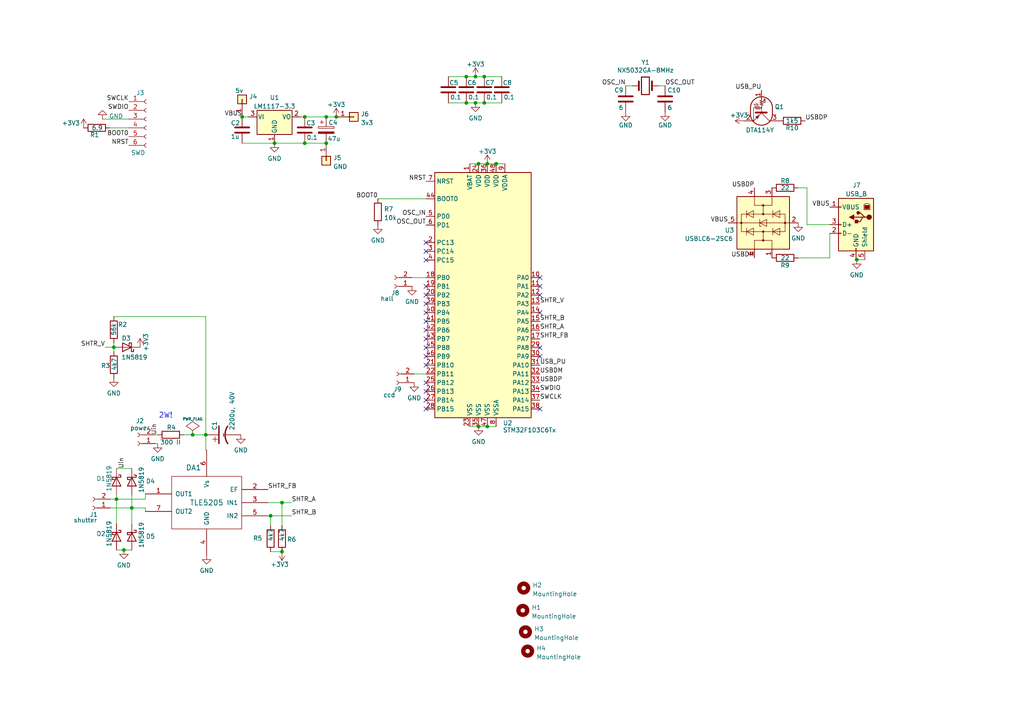
<source format=kicad_sch>
(kicad_sch (version 20230121) (generator eeschema)
  (paper "A4")
  (lib_symbols
    (symbol "ALL-rescue:CP1" (pin_numbers hide) (pin_names (offset 0.254) hide)
      (property "Reference" "C" (at 1.27 2.54 0))
      (property "Value" "CP1" (at 1.27 -2.54 0))
      (symbol "CP1_0_0"
        (text "+" (at -1.27 2.54 0) (effects (font (size 2.032 2.032))))
      )
      (symbol "CP1_0_1"
        (polyline (pts (xy -2.54 1.27) (xy 2.54 1.27) (xy 1.27 1.27) (xy 1.27 1.27)) (stroke (width 0.381)))
        (arc (start 2.54 -1.27) (mid 0 -0.5009) (end -2.54 -1.27) (stroke (width 0.381)))
      )
      (symbol "CP1_1_1"
        (pin passive line (at 0 5.08 270) (length 3.81) (name "~") (number "1"))
        (pin passive line (at 0 -5.08 90) (length 4.572) (name "~") (number "2"))
      )
    )
    (symbol "ALL-rescue:PWR_FLAG" (power) (pin_numbers hide) (pin_names (offset 0) hide)
      (property "Value" "PWR_FLAG" (at 0 4.572 0))
      (symbol "PWR_FLAG_0_0"
        (pin power_out line (at 0 0 90) (length 0) (name "pwr") (number "1"))
      )
      (symbol "PWR_FLAG_0_1"
        (polyline (pts (xy 0 0) (xy 0 1.27) (xy -1.905 2.54) (xy 0 3.81) (xy 1.905 2.54) (xy 0 1.27)))
      )
    )
    (symbol "Connector:Conn_01x02_Female" (pin_names (offset 1.016) hide)
      (property "Reference" "J" (at 0 2.54 0))
      (property "Value" "Conn_01x02_Female" (at 0 -5.08 0))
      (symbol "Conn_01x02_Female_1_1"
        (arc (start 0 -2.032) (mid -0.5058 -2.54) (end 0 -3.048) (stroke (width 0.1524)))
        (polyline (pts (xy -1.27 -2.54) (xy -0.508 -2.54)) (stroke (width 0.1524)))
        (polyline (pts (xy -1.27 0) (xy -0.508 0)) (stroke (width 0.1524)))
        (arc (start 0 0.508) (mid -0.5058 0) (end 0 -0.508) (stroke (width 0.1524)))
        (pin passive line (at -5.08 0 0) (length 3.81) (name "Pin_1") (number "1"))
        (pin passive line (at -5.08 -2.54 0) (length 3.81) (name "Pin_2") (number "2"))
      )
    )
    (symbol "Connector:Conn_01x06_Female" (pin_names (offset 1.016) hide)
      (property "Reference" "J" (at 0 7.62 0))
      (property "Value" "Conn_01x06_Female" (at 0 -10.16 0))
      (symbol "Conn_01x06_Female_1_1"
        (arc (start 0 -7.112) (mid -0.5058 -7.62) (end 0 -8.128) (stroke (width 0.1524)))
        (arc (start 0 -4.572) (mid -0.5058 -5.08) (end 0 -5.588) (stroke (width 0.1524)))
        (arc (start 0 -2.032) (mid -0.5058 -2.54) (end 0 -3.048) (stroke (width 0.1524)))
        (polyline (pts (xy -1.27 -7.62) (xy -0.508 -7.62)) (stroke (width 0.1524)))
        (polyline (pts (xy -1.27 -5.08) (xy -0.508 -5.08)) (stroke (width 0.1524)))
        (polyline (pts (xy -1.27 -2.54) (xy -0.508 -2.54)) (stroke (width 0.1524)))
        (polyline (pts (xy -1.27 0) (xy -0.508 0)) (stroke (width 0.1524)))
        (polyline (pts (xy -1.27 2.54) (xy -0.508 2.54)) (stroke (width 0.1524)))
        (polyline (pts (xy -1.27 5.08) (xy -0.508 5.08)) (stroke (width 0.1524)))
        (arc (start 0 0.508) (mid -0.5058 0) (end 0 -0.508) (stroke (width 0.1524)))
        (arc (start 0 3.048) (mid -0.5058 2.54) (end 0 2.032) (stroke (width 0.1524)))
        (arc (start 0 5.588) (mid -0.5058 5.08) (end 0 4.572) (stroke (width 0.1524)))
        (pin passive line (at -5.08 5.08 0) (length 3.81) (name "Pin_1") (number "1"))
        (pin passive line (at -5.08 2.54 0) (length 3.81) (name "Pin_2") (number "2"))
        (pin passive line (at -5.08 0 0) (length 3.81) (name "Pin_3") (number "3"))
        (pin passive line (at -5.08 -2.54 0) (length 3.81) (name "Pin_4") (number "4"))
        (pin passive line (at -5.08 -5.08 0) (length 3.81) (name "Pin_5") (number "5"))
        (pin passive line (at -5.08 -7.62 0) (length 3.81) (name "Pin_6") (number "6"))
      )
    )
    (symbol "Connector:USB_B" (pin_names (offset 1.016))
      (property "Reference" "J" (at -5.08 11.43 0))
      (property "Value" "USB_B" (at -5.08 8.89 0))
      (symbol "USB_B_0_1"
        (rectangle (start -5.08 -7.62) (end 5.08 7.62) (stroke (width 0.254)) (fill (type background)))
        (circle (center -3.81 2.159) (radius 0.635) (stroke (width 0.254)) (fill (type outline)))
        (rectangle (start -3.81 5.588) (end -2.54 4.572) (fill (type outline)))
        (circle (center -0.635 3.429) (radius 0.381) (stroke (width 0.254)) (fill (type outline)))
        (rectangle (start -0.127 -7.62) (end 0.127 -6.858))
        (polyline (pts (xy -1.905 2.159) (xy 0.635 2.159)) (stroke (width 0.254)))
        (polyline (pts (xy -3.175 2.159) (xy -2.54 2.159) (xy -1.27 3.429) (xy -0.635 3.429)) (stroke (width 0.254)))
        (polyline (pts (xy -2.54 2.159) (xy -1.905 2.159) (xy -1.27 0.889) (xy 0 0.889)) (stroke (width 0.254)))
        (polyline (pts (xy 0.635 2.794) (xy 0.635 1.524) (xy 1.905 2.159) (xy 0.635 2.794)) (stroke (width 0.254)) (fill (type outline)))
        (polyline (pts (xy -4.064 4.318) (xy -2.286 4.318) (xy -2.286 5.715) (xy -2.667 6.096) (xy -3.683 6.096) (xy -4.064 5.715) (xy -4.064 4.318)))
        (rectangle (start 0.254 1.27) (end -0.508 0.508) (stroke (width 0.254)) (fill (type outline)))
        (rectangle (start 5.08 -2.667) (end 4.318 -2.413))
        (rectangle (start 5.08 -0.127) (end 4.318 0.127))
        (rectangle (start 5.08 4.953) (end 4.318 5.207))
      )
      (symbol "USB_B_1_1"
        (pin power_out line (at 7.62 5.08 180) (length 2.54) (name "VBUS") (number "1"))
        (pin bidirectional line (at 7.62 -2.54 180) (length 2.54) (name "D-") (number "2"))
        (pin bidirectional line (at 7.62 0 180) (length 2.54) (name "D+") (number "3"))
        (pin power_out line (at 0 -10.16 90) (length 2.54) (name "GND") (number "4"))
        (pin passive line (at -2.54 -10.16 90) (length 2.54) (name "Shield") (number "5"))
      )
    )
    (symbol "Connector_Generic:Conn_01x01" (pin_names (offset 1.016) hide)
      (property "Reference" "J" (at 0 2.54 0))
      (property "Value" "Conn_01x01" (at 0 -2.54 0))
      (symbol "Conn_01x01_1_1"
        (rectangle (start -1.27 0.127) (end 0 -0.127) (stroke (width 0.1524)))
        (rectangle (start -1.27 1.27) (end 1.27 -1.27) (stroke (width 0.254)) (fill (type background)))
        (pin passive line (at -5.08 0 0) (length 3.81) (name "Pin_1") (number "1"))
      )
    )
    (symbol "Device:C" (pin_numbers hide) (pin_names (offset 0.254))
      (property "Reference" "C" (at 0.635 2.54 0))
      (property "Value" "C" (at 0.635 -2.54 0))
      (symbol "C_0_1"
        (polyline (pts (xy -2.032 -0.762) (xy 2.032 -0.762)) (stroke (width 0.508)))
        (polyline (pts (xy -2.032 0.762) (xy 2.032 0.762)) (stroke (width 0.508)))
      )
      (symbol "C_1_1"
        (pin passive line (at 0 3.81 270) (length 2.794) (name "~") (number "1"))
        (pin passive line (at 0 -3.81 90) (length 2.794) (name "~") (number "2"))
      )
    )
    (symbol "Device:C_Polarized" (pin_numbers hide) (pin_names (offset 0.254))
      (property "Reference" "C" (at 0.635 2.54 0))
      (property "Value" "C_Polarized" (at 0.635 -2.54 0))
      (symbol "C_Polarized_0_1"
        (rectangle (start -2.286 0.508) (end 2.286 1.016))
        (polyline (pts (xy -1.778 2.286) (xy -0.762 2.286)))
        (polyline (pts (xy -1.27 2.794) (xy -1.27 1.778)))
        (rectangle (start 2.286 -0.508) (end -2.286 -1.016) (fill (type outline)))
      )
      (symbol "C_Polarized_1_1"
        (pin passive line (at 0 3.81 270) (length 2.794) (name "~") (number "1"))
        (pin passive line (at 0 -3.81 90) (length 2.794) (name "~") (number "2"))
      )
    )
    (symbol "Device:Crystal" (pin_numbers hide) (pin_names (offset 1.016) hide)
      (property "Reference" "Y" (at 0 3.81 0))
      (property "Value" "Crystal" (at 0 -3.81 0))
      (symbol "Crystal_0_1"
        (rectangle (start -1.143 2.54) (end 1.143 -2.54) (stroke (width 0.3048)))
        (polyline (pts (xy -2.54 0) (xy -1.905 0)))
        (polyline (pts (xy -1.905 -1.27) (xy -1.905 1.27)) (stroke (width 0.508)))
        (polyline (pts (xy 1.905 -1.27) (xy 1.905 1.27)) (stroke (width 0.508)))
        (polyline (pts (xy 2.54 0) (xy 1.905 0)))
      )
      (symbol "Crystal_1_1"
        (pin passive line (at -3.81 0 0) (length 1.27) (name "1") (number "1"))
        (pin passive line (at 3.81 0 180) (length 1.27) (name "2") (number "2"))
      )
    )
    (symbol "Device:D_Schottky" (pin_numbers hide) (pin_names (offset 1.016) hide)
      (property "Reference" "D" (at 0 2.54 0))
      (property "Value" "D_Schottky" (at 0 -2.54 0))
      (symbol "D_Schottky_0_1"
        (polyline (pts (xy 1.27 0) (xy -1.27 0)))
        (polyline (pts (xy 1.27 1.27) (xy 1.27 -1.27) (xy -1.27 0) (xy 1.27 1.27)) (stroke (width 0.254)))
        (polyline (pts (xy -1.905 0.635) (xy -1.905 1.27) (xy -1.27 1.27) (xy -1.27 -1.27) (xy -0.635 -1.27) (xy -0.635 -0.635)) (stroke (width 0.254)))
      )
      (symbol "D_Schottky_1_1"
        (pin passive line (at -3.81 0 0) (length 2.54) (name "K") (number "1"))
        (pin passive line (at 3.81 0 180) (length 2.54) (name "A") (number "2"))
      )
    )
    (symbol "Device:R" (pin_numbers hide) (pin_names (offset 0))
      (property "Reference" "R" (at 2.032 0 90))
      (property "Value" "R" (at 0 0 90))
      (symbol "R_0_1"
        (rectangle (start -1.016 -2.54) (end 1.016 2.54) (stroke (width 0.254)))
      )
      (symbol "R_1_1"
        (pin passive line (at 0 3.81 270) (length 1.27) (name "~") (number "1"))
        (pin passive line (at 0 -3.81 90) (length 1.27) (name "~") (number "2"))
      )
    )
    (symbol "MCU_ST_STM32F1:STM32F103C6Tx"
      (property "Reference" "U" (at -15.24 36.83 0))
      (property "Value" "STM32F103C6Tx" (at 7.62 36.83 0))
      (symbol "STM32F103C6Tx_0_1"
        (rectangle (start -15.24 -35.56) (end 12.7 35.56) (stroke (width 0.254)) (fill (type background)))
      )
      (symbol "STM32F103C6Tx_1_1"
        (pin power_in line (at -5.08 38.1 270) (length 2.54) (name "VBAT") (number "1"))
        (pin bidirectional line (at 15.24 5.08 180) (length 2.54) (name "PA0") (number "10"))
        (pin bidirectional line (at 15.24 2.54 180) (length 2.54) (name "PA1") (number "11"))
        (pin bidirectional line (at 15.24 0 180) (length 2.54) (name "PA2") (number "12"))
        (pin bidirectional line (at 15.24 -2.54 180) (length 2.54) (name "PA3") (number "13"))
        (pin bidirectional line (at 15.24 -5.08 180) (length 2.54) (name "PA4") (number "14"))
        (pin bidirectional line (at 15.24 -7.62 180) (length 2.54) (name "PA5") (number "15"))
        (pin bidirectional line (at 15.24 -10.16 180) (length 2.54) (name "PA6") (number "16"))
        (pin bidirectional line (at 15.24 -12.7 180) (length 2.54) (name "PA7") (number "17"))
        (pin bidirectional line (at -17.78 5.08 0) (length 2.54) (name "PB0") (number "18"))
        (pin bidirectional line (at -17.78 2.54 0) (length 2.54) (name "PB1") (number "19"))
        (pin bidirectional line (at -17.78 15.24 0) (length 2.54) (name "PC13") (number "2"))
        (pin bidirectional line (at -17.78 0 0) (length 2.54) (name "PB2") (number "20"))
        (pin bidirectional line (at -17.78 -20.32 0) (length 2.54) (name "PB10") (number "21"))
        (pin bidirectional line (at -17.78 -22.86 0) (length 2.54) (name "PB11") (number "22"))
        (pin power_in line (at -5.08 -38.1 90) (length 2.54) (name "VSS") (number "23"))
        (pin power_in line (at -2.54 38.1 270) (length 2.54) (name "VDD") (number "24"))
        (pin bidirectional line (at -17.78 -25.4 0) (length 2.54) (name "PB12") (number "25"))
        (pin bidirectional line (at -17.78 -27.94 0) (length 2.54) (name "PB13") (number "26"))
        (pin bidirectional line (at -17.78 -30.48 0) (length 2.54) (name "PB14") (number "27"))
        (pin bidirectional line (at -17.78 -33.02 0) (length 2.54) (name "PB15") (number "28"))
        (pin bidirectional line (at 15.24 -15.24 180) (length 2.54) (name "PA8") (number "29"))
        (pin bidirectional line (at -17.78 12.7 0) (length 2.54) (name "PC14") (number "3"))
        (pin bidirectional line (at 15.24 -17.78 180) (length 2.54) (name "PA9") (number "30"))
        (pin bidirectional line (at 15.24 -20.32 180) (length 2.54) (name "PA10") (number "31"))
        (pin bidirectional line (at 15.24 -22.86 180) (length 2.54) (name "PA11") (number "32"))
        (pin bidirectional line (at 15.24 -25.4 180) (length 2.54) (name "PA12") (number "33"))
        (pin bidirectional line (at 15.24 -27.94 180) (length 2.54) (name "PA13") (number "34"))
        (pin power_in line (at -2.54 -38.1 90) (length 2.54) (name "VSS") (number "35"))
        (pin power_in line (at 0 38.1 270) (length 2.54) (name "VDD") (number "36"))
        (pin bidirectional line (at 15.24 -30.48 180) (length 2.54) (name "PA14") (number "37"))
        (pin bidirectional line (at 15.24 -33.02 180) (length 2.54) (name "PA15") (number "38"))
        (pin bidirectional line (at -17.78 -2.54 0) (length 2.54) (name "PB3") (number "39"))
        (pin bidirectional line (at -17.78 10.16 0) (length 2.54) (name "PC15") (number "4"))
        (pin bidirectional line (at -17.78 -5.08 0) (length 2.54) (name "PB4") (number "40"))
        (pin bidirectional line (at -17.78 -7.62 0) (length 2.54) (name "PB5") (number "41"))
        (pin bidirectional line (at -17.78 -10.16 0) (length 2.54) (name "PB6") (number "42"))
        (pin bidirectional line (at -17.78 -12.7 0) (length 2.54) (name "PB7") (number "43"))
        (pin input line (at -17.78 27.94 0) (length 2.54) (name "BOOT0") (number "44"))
        (pin bidirectional line (at -17.78 -15.24 0) (length 2.54) (name "PB8") (number "45"))
        (pin bidirectional line (at -17.78 -17.78 0) (length 2.54) (name "PB9") (number "46"))
        (pin power_in line (at 0 -38.1 90) (length 2.54) (name "VSS") (number "47"))
        (pin power_in line (at 2.54 38.1 270) (length 2.54) (name "VDD") (number "48"))
        (pin input line (at -17.78 22.86 0) (length 2.54) (name "PD0") (number "5"))
        (pin input line (at -17.78 20.32 0) (length 2.54) (name "PD1") (number "6"))
        (pin input line (at -17.78 33.02 0) (length 2.54) (name "NRST") (number "7"))
        (pin power_in line (at 2.54 -38.1 90) (length 2.54) (name "VSSA") (number "8"))
        (pin power_in line (at 5.08 38.1 270) (length 2.54) (name "VDDA") (number "9"))
      )
    )
    (symbol "Mechanical:MountingHole" (pin_names (offset 1.016))
      (property "Reference" "H" (at 0 5.08 0))
      (property "Value" "MountingHole" (at 0 3.175 0))
      (symbol "MountingHole_0_1"
        (circle (center 0 0) (radius 1.27) (stroke (width 1.27)))
      )
    )
    (symbol "Power_Protection:USBLC6-2SC6" (pin_names hide)
      (property "Reference" "U" (at 2.54 8.89 0))
      (property "Value" "USBLC6-2SC6" (at 2.54 -8.89 0))
      (symbol "USBLC6-2SC6_0_1"
        (rectangle (start -7.62 -7.62) (end 7.62 7.62) (stroke (width 0.254)) (fill (type background)))
        (circle (center -5.08 0) (radius 0.254) (fill (type outline)))
        (circle (center -2.54 0) (radius 0.254) (fill (type outline)))
        (rectangle (start -2.54 6.35) (end 2.54 -6.35))
        (circle (center 0 -6.35) (radius 0.254) (fill (type outline)))
        (polyline (pts (xy -5.08 -2.54) (xy -7.62 -2.54)))
        (polyline (pts (xy -5.08 0) (xy -5.08 -2.54)))
        (polyline (pts (xy -5.08 2.54) (xy -7.62 2.54)))
        (polyline (pts (xy -1.524 -2.794) (xy -3.556 -2.794)))
        (polyline (pts (xy -1.524 4.826) (xy -3.556 4.826)))
        (polyline (pts (xy 0 -7.62) (xy 0 -6.35)))
        (polyline (pts (xy 0 -6.35) (xy 0 1.27)))
        (polyline (pts (xy 0 1.27) (xy 0 6.35)))
        (polyline (pts (xy 0 6.35) (xy 0 7.62)))
        (polyline (pts (xy 1.524 -2.794) (xy 3.556 -2.794)))
        (polyline (pts (xy 1.524 4.826) (xy 3.556 4.826)))
        (polyline (pts (xy 5.08 -2.54) (xy 7.62 -2.54)))
        (polyline (pts (xy 5.08 0) (xy 5.08 -2.54)))
        (polyline (pts (xy 5.08 2.54) (xy 7.62 2.54)))
        (polyline (pts (xy -2.54 0) (xy -5.08 0) (xy -5.08 2.54)))
        (polyline (pts (xy 2.54 0) (xy 5.08 0) (xy 5.08 2.54)))
        (polyline (pts (xy -3.556 -4.826) (xy -1.524 -4.826) (xy -2.54 -2.794) (xy -3.556 -4.826)))
        (polyline (pts (xy -3.556 2.794) (xy -1.524 2.794) (xy -2.54 4.826) (xy -3.556 2.794)))
        (polyline (pts (xy -1.016 -1.016) (xy 1.016 -1.016) (xy 0 1.016) (xy -1.016 -1.016)))
        (polyline (pts (xy 1.016 1.016) (xy 0.762 1.016) (xy -1.016 1.016) (xy -1.016 0.508)))
        (polyline (pts (xy 3.556 -4.826) (xy 1.524 -4.826) (xy 2.54 -2.794) (xy 3.556 -4.826)))
        (polyline (pts (xy 3.556 2.794) (xy 1.524 2.794) (xy 2.54 4.826) (xy 3.556 2.794)))
        (circle (center 0 6.35) (radius 0.254) (fill (type outline)))
        (circle (center 2.54 0) (radius 0.254) (fill (type outline)))
        (circle (center 5.08 0) (radius 0.254) (fill (type outline)))
      )
      (symbol "USBLC6-2SC6_1_1"
        (pin passive line (at -10.16 -2.54 0) (length 2.54) (name "I/O1") (number "1"))
        (pin passive line (at 0 -10.16 90) (length 2.54) (name "GND") (number "2"))
        (pin passive line (at 10.16 -2.54 180) (length 2.54) (name "I/O2") (number "3"))
        (pin passive line (at 10.16 2.54 180) (length 2.54) (name "I/O2") (number "4"))
        (pin passive line (at 0 10.16 270) (length 2.54) (name "VBUS") (number "5"))
        (pin passive line (at -10.16 2.54 0) (length 2.54) (name "I/O1") (number "6"))
      )
    )
    (symbol "Regulator_Linear:LM1117-3.3" (pin_names (offset 0.254))
      (property "Reference" "U" (at -3.81 3.175 0))
      (property "Value" "LM1117-3.3" (at 0 3.175 0))
      (symbol "LM1117-3.3_0_1"
        (rectangle (start -5.08 -5.08) (end 5.08 1.905) (stroke (width 0.254)) (fill (type background)))
      )
      (symbol "LM1117-3.3_1_1"
        (pin power_in line (at 0 -7.62 90) (length 2.54) (name "GND") (number "1"))
        (pin power_out line (at 7.62 0 180) (length 2.54) (name "VO") (number "2"))
        (pin power_in line (at -7.62 0 0) (length 2.54) (name "VI") (number "3"))
      )
    )
    (symbol "Transistor_BJT:DTA114Y" (pin_names (offset 0) hide)
      (property "Reference" "Q" (at 5.08 1.905 0))
      (property "Value" "DTA114Y" (at 5.08 0 0))
      (symbol "DTA114Y_0_0"
        (text "10k" (at -3.302 0.889 0) (effects (font (size 0.508 0.508))))
        (text "47k" (at -2.159 -1.524 900) (effects (font (size 0.508 0.508))))
      )
      (symbol "DTA114Y_0_1"
        (circle (center -1.27 0) (radius 0.127))
        (arc (start -1.27 3.175) (mid -4.4312 0) (end -1.27 -3.175) (stroke (width 0.254)))
        (polyline (pts (xy -3.429 0) (xy -3.81 0)))
        (polyline (pts (xy -1.27 -3.175) (xy 0.635 -3.175)) (stroke (width 0.254)))
        (polyline (pts (xy -1.27 3.175) (xy 0.635 3.175)) (stroke (width 0.254)))
        (polyline (pts (xy 0 -0.254) (xy 2.54 2.286)))
        (polyline (pts (xy 0.127 1.524) (xy 0.127 -1.651)) (stroke (width 0.508)) (fill (type outline)))
        (polyline (pts (xy 2.54 2.286) (xy 2.54 2.54)))
        (polyline (pts (xy 2.54 -2.286) (xy 0 0.254) (xy 0 0.254)))
        (polyline (pts (xy 1.397 -1.651) (xy 1.905 -1.143) (xy 0.889 -0.635) (xy 1.397 -1.651)) (fill (type outline)))
        (polyline (pts (xy 0 0) (xy -1.905 0) (xy -2.032 0.508) (xy -2.286 -0.508) (xy -2.54 0.508) (xy -2.794 -0.508) (xy -3.048 0.508) (xy -3.302 -0.508) (xy -3.429 0)))
        (polyline (pts (xy -1.27 0) (xy -1.27 -0.381) (xy -0.762 -0.508) (xy -1.778 -0.762) (xy -0.762 -1.016) (xy -1.778 -1.27) (xy -0.762 -1.524) (xy -1.778 -1.778) (xy -1.27 -1.905) (xy -1.27 -2.286) (xy 2.54 -2.286)))
        (arc (start 0.635 -3.175) (mid 3.7962 0) (end 0.635 3.175) (stroke (width 0.254)))
        (circle (center 2.54 -2.286) (radius 0.127))
      )
      (symbol "DTA114Y_1_1"
        (pin input line (at -6.35 0 0) (length 2.54) (name "B") (number "1"))
        (pin passive line (at 2.54 -5.08 90) (length 2.54) (name "E") (number "2"))
        (pin passive line (at 2.54 5.08 270) (length 2.54) (name "C") (number "3"))
      )
    )
    (symbol "my_elements:TLE5205" (pin_names (offset 1.016))
      (property "Reference" "U" (at 3.81 10.16 0))
      (property "Value" "TLE5205" (at 0 0 0))
      (symbol "TLE5205_0_1"
        (rectangle (start -10.16 7.62) (end 10.16 -7.62))
      )
      (symbol "TLE5205_1_1"
        (pin power_out line (at 17.78 2.54 180) (length 7.62) (name "OUT1") (number "1"))
        (pin output line (at -17.78 3.81 0) (length 7.62) (name "EF") (number "2"))
        (pin input line (at -17.78 0 0) (length 7.62) (name "IN1") (number "3"))
        (pin power_in line (at 0 -15.24 90) (length 7.62) (name "GND") (number "4"))
        (pin input line (at -17.78 -3.81 0) (length 7.62) (name "IN2") (number "5"))
        (pin power_in line (at 0 15.24 270) (length 7.62) (name "Vs") (number "6"))
        (pin power_out line (at 17.78 -2.54 180) (length 7.62) (name "OUT2") (number "7"))
      )
    )
    (symbol "power:+3V3" (power) (pin_names (offset 0))
      (property "Value" "+3V3" (at 0 3.556 0))
      (symbol "+3V3_0_1"
        (polyline (pts (xy -0.762 1.27) (xy 0 2.54)))
        (polyline (pts (xy 0 0) (xy 0 2.54)))
        (polyline (pts (xy 0 2.54) (xy 0.762 1.27)))
      )
      (symbol "+3V3_1_1"
        (pin power_in line (at 0 0 90) (length 0) hide (name "+3V3") (number "1"))
      )
    )
    (symbol "power:GND" (power) (pin_names (offset 0))
      (property "Value" "GND" (at 0 -3.81 0))
      (symbol "GND_0_1"
        (polyline (pts (xy 0 0) (xy 0 -1.27) (xy 1.27 -1.27) (xy 0 -2.54) (xy -1.27 -1.27) (xy 0 -1.27)))
      )
      (symbol "GND_1_1"
        (pin power_in line (at 0 0 270) (length 0) hide (name "GND") (number "1"))
      )
    )
  )
  (junction (at 137.922 22.225))
  (junction (at 141.351 47.498))
  (junction (at 137.922 29.845))
  (junction (at 70.231 33.909))
  (junction (at 88.392 33.909))
  (junction (at 59.69 126.111))
  (junction (at 138.811 47.498))
  (junction (at 38.227 147.32))
  (junction (at 33.782 144.78))
  (junction (at 79.629 41.529))
  (junction (at 135.255 22.225))
  (junction (at 35.9308 159.512))
  (junction (at 248.4962 75.311))
  (junction (at 140.462 22.225))
  (junction (at 55.88 126.111))
  (junction (at 143.891 47.498))
  (junction (at 81.788 145.796))
  (junction (at 97.536 33.909))
  (junction (at 81.788 160.02))
  (junction (at 94.615 33.909))
  (junction (at 141.351 123.698))
  (junction (at 33.02 100.711))
  (junction (at 88.392 41.529))
  (junction (at 78.486 149.606))
  (junction (at 135.255 29.845))
  (junction (at 140.462 29.845))
  (junction (at 94.615 41.529))
  (junction (at 138.811 123.698))
  (no_connect (at 123.571 103.378))
  (no_connect (at 123.571 116.078))
  (no_connect (at 123.571 100.838))
  (no_connect (at 123.571 72.898))
  (no_connect (at 123.571 110.998))
  (no_connect (at 123.571 95.758))
  (no_connect (at 123.571 93.218))
  (no_connect (at 156.591 90.678))
  (no_connect (at 123.571 75.438))
  (no_connect (at 123.571 88.138))
  (no_connect (at 123.571 98.298))
  (no_connect (at 123.571 83.058))
  (no_connect (at 123.571 90.678))
  (no_connect (at 156.591 85.598))
  (no_connect (at 156.591 83.058))
  (no_connect (at 156.591 103.378))
  (no_connect (at 123.571 113.538))
  (no_connect (at 123.571 118.618))
  (no_connect (at 156.591 118.618))
  (no_connect (at 123.571 105.918))
  (no_connect (at 156.591 100.838))
  (no_connect (at 156.591 80.518))
  (no_connect (at 123.571 70.358))
  (no_connect (at 123.571 85.598))
  (wire (pts (xy 32.004 147.32) (xy 38.227 147.32)))
  (wire (pts (xy 38.227 143.51) (xy 38.227 147.32)))
  (wire (pts (xy 35.9308 159.512) (xy 38.227 159.512)))
  (wire (pts (xy 248.4962 75.311) (xy 250.825 75.311)))
  (wire (pts (xy 136.271 123.698) (xy 138.811 123.698)))
  (wire (pts (xy 120.142 108.458) (xy 123.571 108.458)))
  (wire (pts (xy 59.69 91.821) (xy 59.69 126.111)))
  (wire (pts (xy 240.665 65.151) (xy 234.061 65.151)))
  (wire (pts (xy 137.922 22.225) (xy 140.462 22.225)))
  (wire (pts (xy 29.718 34.544) (xy 37.338 34.544)))
  (wire (pts (xy 78.486 160.02) (xy 81.788 160.02)))
  (wire (pts (xy 136.271 47.498) (xy 138.811 47.498)))
  (wire (pts (xy 45.0342 126.111) (xy 45.72 126.111)))
  (wire (pts (xy 33.02 91.821) (xy 59.69 91.821)))
  (wire (pts (xy 32.004 144.78) (xy 33.782 144.78)))
  (wire (pts (xy 30.48 100.711) (xy 33.02 100.711)))
  (wire (pts (xy 77.724 149.606) (xy 78.486 149.606)))
  (wire (pts (xy 31.877 37.084) (xy 37.338 37.084)))
  (wire (pts (xy 88.392 41.529) (xy 94.615 41.529)))
  (wire (pts (xy 81.788 145.796) (xy 84.582 145.796)))
  (wire (pts (xy 143.891 47.498) (xy 146.431 47.498)))
  (wire (pts (xy 135.255 29.845) (xy 137.922 29.845)))
  (wire (pts (xy 78.486 149.606) (xy 84.582 149.606)))
  (wire (pts (xy 45.0342 128.651) (xy 45.72 128.651)))
  (wire (pts (xy 70.231 33.909) (xy 72.009 33.909)))
  (wire (pts (xy 240.665 74.803) (xy 231.521 74.803)))
  (wire (pts (xy 138.811 47.498) (xy 141.351 47.498)))
  (wire (pts (xy 59.69 126.111) (xy 59.69 130.556)))
  (wire (pts (xy 38.227 147.32) (xy 42.164 147.32)))
  (wire (pts (xy 59.69 130.556) (xy 59.944 130.556)))
  (wire (pts (xy 138.811 123.698) (xy 141.351 123.698)))
  (wire (pts (xy 141.351 123.698) (xy 143.891 123.698)))
  (wire (pts (xy 77.724 145.796) (xy 81.788 145.796)))
  (wire (pts (xy 33.782 159.512) (xy 35.9308 159.512)))
  (wire (pts (xy 192.913 24.892) (xy 191.008 24.892)))
  (wire (pts (xy 33.02 100.711) (xy 33.02 101.981)))
  (wire (pts (xy 248.285 75.311) (xy 248.4962 75.311)))
  (wire (pts (xy 234.061 54.483) (xy 231.521 54.483)))
  (wire (pts (xy 33.782 143.51) (xy 33.782 144.78)))
  (wire (pts (xy 55.88 126.111) (xy 59.69 126.111)))
  (wire (pts (xy 130.048 22.225) (xy 135.255 22.225)))
  (wire (pts (xy 141.351 47.498) (xy 143.891 47.498)))
  (wire (pts (xy 42.164 143.256) (xy 42.164 144.78)))
  (wire (pts (xy 87.249 33.909) (xy 88.392 33.909)))
  (wire (pts (xy 135.255 22.225) (xy 137.922 22.225)))
  (wire (pts (xy 234.061 65.151) (xy 234.061 54.483)))
  (wire (pts (xy 240.665 67.691) (xy 240.665 74.803)))
  (wire (pts (xy 42.164 147.32) (xy 42.164 148.336)))
  (wire (pts (xy 119.507 80.518) (xy 123.571 80.518)))
  (wire (pts (xy 38.227 147.32) (xy 38.227 151.892)))
  (wire (pts (xy 33.782 135.89) (xy 38.227 135.89)))
  (wire (pts (xy 88.392 33.909) (xy 94.615 33.909)))
  (wire (pts (xy 137.922 29.845) (xy 140.462 29.845)))
  (wire (pts (xy 181.483 24.892) (xy 183.388 24.892)))
  (wire (pts (xy 81.788 145.796) (xy 81.788 152.4)))
  (wire (pts (xy 130.048 29.845) (xy 135.255 29.845)))
  (wire (pts (xy 33.782 144.78) (xy 33.782 151.892)))
  (wire (pts (xy 33.782 144.78) (xy 42.164 144.78)))
  (wire (pts (xy 78.486 149.606) (xy 78.486 152.4)))
  (wire (pts (xy 109.601 57.658) (xy 123.571 57.658)))
  (wire (pts (xy 140.462 22.225) (xy 145.542 22.225)))
  (wire (pts (xy 79.629 41.529) (xy 88.392 41.529)))
  (wire (pts (xy 94.615 33.909) (xy 97.536 33.909)))
  (wire (pts (xy 33.02 99.441) (xy 33.02 100.711)))
  (wire (pts (xy 70.231 41.529) (xy 79.629 41.529)))
  (wire (pts (xy 140.462 29.845) (xy 145.542 29.845)))
  (wire (pts (xy 53.34 126.111) (xy 55.88 126.111)))
  (text "2W!" (at 45.9994 121.4882 0) (effects (font (size 1.524 1.524)) (justify left bottom)))
  (label "SHTR_A" (at 156.591 95.758 0))
  (label "USBDP" (at 233.553 35.052 0))
  (label "OSC_OUT" (at 123.571 65.278 180))
  (label "OSC_IN" (at 123.571 62.738 180))
  (label "SWDIO" (at 37.338 32.004 180))
  (label "VBUS" (at 240.665 60.071 180))
  (label "SWDIO" (at 156.591 113.538 0))
  (label "USB_PU" (at 156.591 105.918 0))
  (label "VBUS" (at 70.231 33.909 180))
  (label "OSC_OUT" (at 192.913 24.892 0))
  (label "VBUS" (at 211.201 64.643 180))
  (label "OSC_IN" (at 181.483 24.892 180))
  (label "SHTR_B" (at 84.582 149.606 0))
  (label "SWCLK" (at 37.338 29.464 180))
  (label "SWCLK" (at 156.591 116.078 0))
  (label "Uin" (at 36.2201 135.89 90))
  (label "USBDP" (at 156.591 110.998 0))
  (label "Uin" (at 45.72 126.111 90))
  (label "SHTR_A" (at 84.582 145.796 0))
  (label "SHTR_V" (at 30.48 100.711 180))
  (label "SHTR_V" (at 156.591 88.138 0))
  (label "NRST" (at 37.338 42.164 180))
  (label "USBDM" (at 156.591 108.458 0))
  (label "BOOT0" (at 37.338 39.624 180))
  (label "USBDP" (at 218.821 54.483 180))
  (label "NRST" (at 123.571 52.578 180))
  (label "USBDM" (at 218.821 74.803 180))
  (label "USB_PU" (at 220.853 26.162 180))
  (label "BOOT0" (at 109.601 57.658 180))
  (label "SHTR_B" (at 156.591 93.218 0))
  (label "SHTR_FB" (at 156.591 98.298 0))
  (label "SHTR_FB" (at 77.724 141.986 0))
  (symbol (lib_id "Device:R") (at 229.743 35.052 270) (unit 1)
    (property "Reference" "R10" (at 229.743 37.084 90))
    (property "Value" "1k5" (at 229.743 35.052 90))
    (property "Footprint" "Resistor_SMD:R_0603_1608Metric_Pad0.98x0.95mm_HandSolder" (effects hide))
  )
  (symbol (lib_id "Connector_Generic:Conn_01x01") (at 94.615 46.609 270) (unit 1)
    (property "Reference" "J5" (at 96.647 45.7743 90) (effects (justify left)))
    (property "Value" "GND" (at 96.647 48.3112 90) (effects (justify left)))
    (property "Footprint" "Connector_PinHeader_2.54mm:PinHeader_1x01_P2.54mm_Vertical" (effects hide))
  )
  (symbol (lib_id "Mechanical:MountingHole") (at 151.638 177.038 0) (unit 1)
    (property "Reference" "H1" (at 154.178 176.2033 0) (effects (justify left)))
    (property "Value" "MountingHole" (at 154.178 178.7402 0) (effects (justify left)))
    (property "Footprint" "MountingHole:MountingHole_3.2mm_M3" (effects hide))
  )
  (symbol (lib_id "power:+3V3") (at 141.351 47.498 0) (unit 1)
    (property "Reference" "#PWR016" (effects hide))
    (property "Value" "+3V3" (at 141.351 43.9222 0))
  )
  (symbol (lib_id "Device:C") (at 70.231 37.719 0) (unit 1)
    (property "Reference" "C2" (at 66.929 35.687 0) (effects (justify left)))
    (property "Value" "1u" (at 66.929 39.624 0) (effects (justify left)))
    (property "Footprint" "Capacitor_SMD:C_0805_2012Metric_Pad1.18x1.45mm_HandSolder" (effects hide))
  )
  (symbol (lib_id "MCU_ST_STM32F1:STM32F103C6Tx") (at 141.351 85.598 0) (unit 1)
    (property "Reference" "U2" (at 145.8469 122.69 0) (effects (justify left)))
    (property "Value" "STM32F103C6Tx" (at 145.8469 124.738 0) (effects (justify left)))
    (property "Footprint" "Package_QFP:LQFP-48_7x7mm_P0.5mm" (effects hide))
    (property "Datasheet" "http://www.st.com/st-web-ui/static/active/en/resource/technical/document/datasheet/CD00210843.pdf" (effects hide))
  )
  (symbol (lib_id "power:GND") (at 137.922 29.845 0) (unit 1)
    (property "Reference" "#PWR014" (effects hide))
    (property "Value" "GND" (at 137.922 34.2884 0))
  )
  (symbol (lib_id "Connector:Conn_01x02_Female") (at 114.427 83.058 180) (unit 1)
    (property "Reference" "J8" (at 114.681 84.963 0))
    (property "Value" "hall" (at 112.268 86.614 0))
    (property "Footprint" "Connector_JST:JST_PH_B2B-PH-K_1x02_P2.00mm_Vertical" (effects hide))
  )
  (symbol (lib_id "Device:R") (at 78.486 156.21 0) (unit 1)
    (property "Reference" "R5" (at 73.3806 156.1338 0) (effects (justify left)))
    (property "Value" "4k7" (at 78.486 156.9974 90) (effects (justify left)))
    (property "Footprint" "Resistor_SMD:R_0603_1608Metric_Pad0.98x0.95mm_HandSolder" (effects hide))
  )
  (symbol (lib_id "Mechanical:MountingHole") (at 151.892 170.561 0) (unit 1)
    (property "Reference" "H2" (at 154.432 169.7263 0) (effects (justify left)))
    (property "Value" "MountingHole" (at 154.432 172.2632 0) (effects (justify left)))
    (property "Footprint" "MountingHole:MountingHole_3.2mm_M3" (effects hide))
  )
  (symbol (lib_id "Device:D_Schottky") (at 36.83 100.711 180) (unit 1)
    (property "Reference" "D3" (at 37.973 98.1202 0) (effects (justify left)))
    (property "Value" "1N5819" (at 42.799 103.632 0) (effects (justify left)))
    (property "Footprint" "Diode_SMD:D_SOD-323_HandSoldering" (effects hide))
  )
  (symbol (lib_id "Device:C") (at 140.462 26.035 0) (unit 1)
    (property "Reference" "C7" (at 140.716 24.003 0) (effects (justify left)))
    (property "Value" "0.1" (at 140.97 28.194 0) (effects (justify left)))
    (property "Footprint" "Capacitor_SMD:C_0603_1608Metric_Pad1.08x0.95mm_HandSolder" (effects hide))
  )
  (symbol (lib_id "Device:D_Schottky") (at 33.782 139.7 270) (unit 1)
    (property "Reference" "D1" (at 27.94 138.811 90) (effects (justify left)))
    (property "Value" "1N5819" (at 31.623 135.001 0) (effects (justify left)))
    (property "Footprint" "Diode_SMD:D_SOD-323_HandSoldering" (effects hide))
  )
  (symbol (lib_id "power:GND") (at 119.507 83.058 0) (mirror y) (unit 1)
    (property "Reference" "#PWR022" (effects hide))
    (property "Value" "GND" (at 119.507 87.5014 0))
  )
  (symbol (lib_id "power:+3V3") (at 24.257 37.084 0) (mirror y) (unit 1)
    (property "Reference" "#PWR01" (effects hide))
    (property "Value" "+3V3" (at 17.907 35.687 0) (effects (justify right)))
  )
  (symbol (lib_id "power:GND") (at 248.4962 75.311 0) (mirror y) (unit 1)
    (property "Reference" "#PWR021" (effects hide))
    (property "Value" "GND" (at 248.4962 79.7544 0))
  )
  (symbol (lib_id "power:+3V3") (at 81.788 160.02 180) (unit 1)
    (property "Reference" "#PWR010" (effects hide))
    (property "Value" "+3V3" (at 78.486 163.703 0) (effects (justify right)))
  )
  (symbol (lib_id "Connector:Conn_01x02_Female") (at 26.924 147.32 180) (unit 1)
    (property "Reference" "J1" (at 27.178 149.225 0))
    (property "Value" "shutter" (at 24.765 150.876 0))
    (property "Footprint" "TerminalBlock_Phoenix:TerminalBlock_Phoenix_MKDS-1,5-2-5.08_1x02_P5.08mm_Horizontal" (effects hide))
  )
  (symbol (lib_id "Device:D_Schottky") (at 33.782 155.702 270) (unit 1)
    (property "Reference" "D2" (at 27.94 154.813 90) (effects (justify left)))
    (property "Value" "1N5819" (at 31.623 151.003 0) (effects (justify left)))
    (property "Footprint" "Diode_SMD:D_SOD-323_HandSoldering" (effects hide))
  )
  (symbol (lib_id "Regulator_Linear:LM1117-3.3") (at 79.629 33.909 0) (unit 1)
    (property "Reference" "U1" (at 79.629 28.3042 0))
    (property "Value" "LM1117-3.3" (at 79.629 30.8411 0))
    (property "Footprint" "Package_TO_SOT_SMD:SOT-223-3_TabPin2" (effects hide))
    (property "Datasheet" "http://www.ti.com/lit/ds/symlink/lm1117.pdf" (effects hide))
  )
  (symbol (lib_id "power:GND") (at 59.944 161.036 0) (mirror y) (unit 1)
    (property "Reference" "#PWR07" (effects hide))
    (property "Value" "GND" (at 59.944 165.4794 0))
  )
  (symbol (lib_id "power:GND") (at 29.718 34.544 180) (unit 1)
    (property "Reference" "#PWR02" (effects hide))
    (property "Value" "GND" (at 31.623 33.7078 0) (effects (justify right)))
  )
  (symbol (lib_id "power:+3V3") (at 40.64 100.711 0) (unit 1)
    (property "Reference" "#PWR05" (effects hide))
    (property "Value" "+3V3" (at 42.291 96.647 90) (effects (justify right)))
  )
  (symbol (lib_id "Device:D_Schottky") (at 38.227 155.702 270) (unit 1)
    (property "Reference" "D5" (at 42.291 155.575 90) (effects (justify left)))
    (property "Value" "1N5819" (at 41.021 151.384 0) (effects (justify left)))
    (property "Footprint" "Diode_SMD:D_SOD-323_HandSoldering" (effects hide))
  )
  (symbol (lib_id "Connector_Generic:Conn_01x01") (at 102.616 33.909 0) (unit 1)
    (property "Reference" "J6" (at 104.648 33.0743 0) (effects (justify left)))
    (property "Value" "3v3" (at 104.648 35.6112 0) (effects (justify left)))
    (property "Footprint" "Connector_PinHeader_2.54mm:PinHeader_1x01_P2.54mm_Vertical" (effects hide))
  )
  (symbol (lib_id "power:GND") (at 79.629 41.529 0) (unit 1)
    (property "Reference" "#PWR09" (effects hide))
    (property "Value" "GND" (at 79.629 45.9724 0))
  )
  (symbol (lib_id "Device:R") (at 33.02 105.791 0) (unit 1)
    (property "Reference" "R3" (at 29.2862 106.0704 0) (effects (justify left)))
    (property "Value" "4k7" (at 33.147 107.4674 90) (effects (justify left)))
    (property "Footprint" "Resistor_SMD:R_0603_1608Metric_Pad0.98x0.95mm_HandSolder" (effects hide))
  )
  (symbol (lib_id "power:GND") (at 45.72 128.651 0) (mirror y) (unit 1)
    (property "Reference" "#PWR06" (effects hide))
    (property "Value" "GND" (at 45.72 133.0944 0))
  )
  (symbol (lib_id "Device:D_Schottky") (at 38.227 139.7 270) (unit 1)
    (property "Reference" "D4" (at 42.291 139.573 90) (effects (justify left)))
    (property "Value" "1N5819" (at 41.021 135.382 0) (effects (justify left)))
    (property "Footprint" "Diode_SMD:D_SOD-323_HandSoldering" (effects hide))
  )
  (symbol (lib_id "Device:R") (at 109.601 61.468 0) (unit 1)
    (property "Reference" "R7" (at 111.379 60.6333 0) (effects (justify left)))
    (property "Value" "10k" (at 111.379 63.1702 0) (effects (justify left)))
    (property "Footprint" "Resistor_SMD:R_0603_1608Metric_Pad0.98x0.95mm_HandSolder" (effects hide))
  )
  (symbol (lib_id "ALL-rescue:CP1") (at 64.77 126.111 90) (unit 1)
    (property "Reference" "C1" (at 62.23 124.841 0) (effects (justify left)))
    (property "Value" "2200u, 40V" (at 67.31 124.841 0) (effects (justify left)))
    (property "Footprint" "Capacitor_THT:CP_Radial_D17.0mm_P7.50mm" (effects hide))
    (property "Datasheet" "~" (at 64.77 126.111 0) (effects (font (size 1.524 1.524))))
  )
  (symbol (lib_id "Transistor_BJT:DTA114Y") (at 220.853 32.512 270) (unit 1)
    (property "Reference" "Q1" (at 224.663 30.988 90) (effects (justify left)))
    (property "Value" "DTA114Y" (at 216.281 37.719 90) (effects (justify left)))
    (property "Footprint" "Package_TO_SOT_SMD:SOT-323_SC-70_Handsoldering" (effects hide))
  )
  (symbol (lib_id "power:GND") (at 192.913 32.512 0) (unit 1)
    (property "Reference" "#PWR018" (effects hide))
    (property "Value" "GND" (at 192.913 36.322 0))
  )
  (symbol (lib_id "Power_Protection:USBLC6-2SC6") (at 221.361 64.643 90) (unit 1)
    (property "Reference" "U3" (at 212.979 66.802 90) (effects (justify left)))
    (property "Value" "USBLC6-2SC6" (at 212.598 69.215 90) (effects (justify left)))
    (property "Footprint" "Package_TO_SOT_SMD:SOT-23-6_Handsoldering" (effects hide))
    (property "Datasheet" "http://www2.st.com/resource/en/datasheet/CD00050750.pdf" (effects hide))
  )
  (symbol (lib_id "Device:C") (at 130.048 26.035 0) (unit 1)
    (property "Reference" "C5" (at 130.302 24.003 0) (effects (justify left)))
    (property "Value" "0.1" (at 130.556 28.194 0) (effects (justify left)))
    (property "Footprint" "Capacitor_SMD:C_0603_1608Metric_Pad1.08x0.95mm_HandSolder" (effects hide))
  )
  (symbol (lib_id "ALL-rescue:PWR_FLAG") (at 55.88 126.111 0) (unit 1)
    (property "Reference" "#FLG01" (effects hide))
    (property "Value" "PWR_FLAG" (at 55.88 121.539 0) (effects (font (size 0.762 0.762))))
  )
  (symbol (lib_id "power:GND") (at 231.521 64.643 0) (mirror y) (unit 1)
    (property "Reference" "#PWR020" (effects hide))
    (property "Value" "GND" (at 231.521 69.0864 0))
  )
  (symbol (lib_id "power:GND") (at 109.601 65.278 0) (unit 1)
    (property "Reference" "#PWR012" (effects hide))
    (property "Value" "GND" (at 109.601 69.7214 0))
  )
  (symbol (lib_id "my_elements:TLE5205") (at 59.944 145.796 0) (mirror y) (unit 1)
    (property "Reference" "DA1" (at 56.134 135.636 0) (effects (font (size 1.524 1.524))))
    (property "Value" "TLE5205" (at 59.944 145.796 0) (effects (font (size 1.524 1.524))))
    (property "Footprint" "Package_TO_SOT_THT:TO-220-7_P2.54x3.8mm_StaggerEven_Lead5.85mm_TabDown" (effects hide))
  )
  (symbol (lib_id "Device:R") (at 81.788 156.21 0) (unit 1)
    (property "Reference" "R6" (at 83.2358 156.464 0) (effects (justify left)))
    (property "Value" "4k7" (at 81.788 156.9974 90) (effects (justify left)))
    (property "Footprint" "Resistor_SMD:R_0603_1608Metric_Pad0.98x0.95mm_HandSolder" (effects hide))
  )
  (symbol (lib_id "Device:R") (at 33.02 95.631 0) (unit 1)
    (property "Reference" "R2" (at 34.1884 94.1324 0) (effects (justify left)))
    (property "Value" "56k" (at 32.9946 97.3582 90) (effects (justify left)))
    (property "Footprint" "Resistor_SMD:R_0603_1608Metric_Pad0.98x0.95mm_HandSolder" (effects hide))
  )
  (symbol (lib_id "Connector:Conn_01x02_Female") (at 39.9542 128.651 180) (unit 1)
    (property "Reference" "J2" (at 40.5892 122.0738 0))
    (property "Value" "power" (at 40.5892 124.1218 0))
    (property "Footprint" "TerminalBlock_Phoenix:TerminalBlock_Phoenix_MKDS-1,5-2-5.08_1x02_P5.08mm_Horizontal" (effects hide))
  )
  (symbol (lib_id "power:GND") (at 181.483 32.512 0) (unit 1)
    (property "Reference" "#PWR017" (effects hide))
    (property "Value" "GND" (at 181.483 36.322 0))
  )
  (symbol (lib_id "Mechanical:MountingHole") (at 152.4 183.261 0) (unit 1)
    (property "Reference" "H3" (at 154.94 182.4263 0) (effects (justify left)))
    (property "Value" "MountingHole" (at 154.94 184.9632 0) (effects (justify left)))
    (property "Footprint" "MountingHole:MountingHole_3.2mm_M3" (effects hide))
  )
  (symbol (lib_id "Device:C") (at 145.542 26.035 0) (unit 1)
    (property "Reference" "C8" (at 145.796 24.003 0) (effects (justify left)))
    (property "Value" "0.1" (at 146.05 28.194 0) (effects (justify left)))
    (property "Footprint" "Capacitor_SMD:C_0603_1608Metric_Pad1.08x0.95mm_HandSolder" (effects hide))
  )
  (symbol (lib_id "power:GND") (at 69.85 126.111 0) (mirror y) (unit 1)
    (property "Reference" "#PWR08" (effects hide))
    (property "Value" "GND" (at 69.85 130.5544 0))
  )
  (symbol (lib_id "Device:C") (at 135.255 26.035 0) (unit 1)
    (property "Reference" "C6" (at 135.509 24.003 0) (effects (justify left)))
    (property "Value" "0.1" (at 135.763 28.194 0) (effects (justify left)))
    (property "Footprint" "Capacitor_SMD:C_0603_1608Metric_Pad1.08x0.95mm_HandSolder" (effects hide))
  )
  (symbol (lib_id "Device:Crystal") (at 187.198 24.892 0) (unit 1)
    (property "Reference" "Y1" (at 187.198 18.0848 0))
    (property "Value" "NX5032GA-8MHz" (at 187.198 20.3962 0))
    (property "Footprint" "Crystal:Crystal_SMD_5032-2Pin_5.0x3.2mm" (effects hide))
  )
  (symbol (lib_id "power:GND") (at 33.02 109.601 0) (mirror y) (unit 1)
    (property "Reference" "#PWR03" (effects hide))
    (property "Value" "GND" (at 33.02 114.0444 0))
  )
  (symbol (lib_id "power:GND") (at 138.811 123.698 0) (unit 1)
    (property "Reference" "#PWR015" (effects hide))
    (property "Value" "GND" (at 138.811 128.1414 0))
  )
  (symbol (lib_id "Connector:Conn_01x06_Female") (at 42.418 34.544 0) (unit 1)
    (property "Reference" "J3" (at 39.497 26.924 0) (effects (justify left)))
    (property "Value" "SWD" (at 37.973 44.323 0) (effects (justify left)))
    (property "Footprint" "Connector_PinHeader_1.27mm:PinHeader_1x06_P1.27mm_Vertical" (effects hide))
  )
  (symbol (lib_id "power:GND") (at 35.9308 159.512 0) (mirror y) (unit 1)
    (property "Reference" "#PWR04" (effects hide))
    (property "Value" "GND" (at 35.9308 163.9554 0))
  )
  (symbol (lib_id "Device:C") (at 192.913 28.702 0) (unit 1)
    (property "Reference" "C10" (at 193.548 26.162 0) (effects (justify left)))
    (property "Value" "6" (at 193.548 31.242 0) (effects (justify left)))
    (property "Footprint" "Capacitor_SMD:C_0603_1608Metric_Pad1.08x0.95mm_HandSolder" (effects hide))
  )
  (symbol (lib_id "Device:R") (at 227.711 54.483 270) (mirror x) (unit 1)
    (property "Reference" "R8" (at 227.711 52.451 90))
    (property "Value" "22" (at 227.711 54.483 90))
    (property "Footprint" "Resistor_SMD:R_0603_1608Metric_Pad0.98x0.95mm_HandSolder" (effects hide))
  )
  (symbol (lib_id "Device:C") (at 181.483 28.702 0) (mirror y) (unit 1)
    (property "Reference" "C9" (at 180.848 26.162 0) (effects (justify left)))
    (property "Value" "6" (at 180.848 31.242 0) (effects (justify left)))
    (property "Footprint" "Capacitor_SMD:C_0603_1608Metric_Pad1.08x0.95mm_HandSolder" (effects hide))
  )
  (symbol (lib_id "power:GND") (at 120.142 110.998 0) (mirror y) (unit 1)
    (property "Reference" "#PWR023" (effects hide))
    (property "Value" "GND" (at 120.142 115.4414 0))
  )
  (symbol (lib_id "Device:R") (at 49.53 126.111 90) (unit 1)
    (property "Reference" "R4" (at 51.054 123.9774 90) (effects (justify left)))
    (property "Value" "300 II" (at 52.451 128.27 90) (effects (justify left)))
    (property "Footprint" "Resistor_THT:R_Axial_Power_L20.0mm_W6.4mm_P22.40mm" (effects hide))
  )
  (symbol (lib_id "power:+3V3") (at 97.536 33.909 0) (unit 1)
    (property "Reference" "#PWR011" (effects hide))
    (property "Value" "+3V3" (at 97.536 30.3332 0))
  )
  (symbol (lib_id "power:+3V3") (at 137.922 22.225 0) (unit 1)
    (property "Reference" "#PWR013" (effects hide))
    (property "Value" "+3V3" (at 137.922 18.6492 0))
  )
  (symbol (lib_id "Device:R") (at 227.711 74.803 270) (mirror x) (unit 1)
    (property "Reference" "R9" (at 227.711 76.962 90))
    (property "Value" "22" (at 227.711 74.803 90))
    (property "Footprint" "Resistor_SMD:R_0603_1608Metric_Pad0.98x0.95mm_HandSolder" (effects hide))
  )
  (symbol (lib_id "Connector:Conn_01x02_Female") (at 115.062 110.998 180) (unit 1)
    (property "Reference" "J9" (at 115.316 112.903 0))
    (property "Value" "ccd" (at 112.903 114.554 0))
    (property "Footprint" "Connector_JST:JST_PH_B2B-PH-K_1x02_P2.00mm_Vertical" (effects hide))
  )
  (symbol (lib_id "Device:C_Polarized") (at 94.615 37.719 0) (unit 1)
    (property "Reference" "C4" (at 95.25 35.56 0) (effects (justify left)))
    (property "Value" "47u" (at 94.996 40.259 0) (effects (justify left)))
    (property "Footprint" "Capacitor_Tantalum_SMD:CP_EIA-6032-28_Kemet-C_Pad2.25x2.35mm_HandSolder" (effects hide))
  )
  (symbol (lib_id "Connector:USB_B") (at 248.285 65.151 0) (mirror y) (unit 1)
    (property "Reference" "J7" (at 247.269 53.721 0) (effects (justify right)))
    (property "Value" "USB_B" (at 245.237 56.261 0) (effects (justify right)))
    (property "Footprint" "Connector_USB:USB_B_Lumberg_2411_02_Horizontal" (effects hide))
    (property "Datasheet" " ~" (effects hide))
  )
  (symbol (lib_id "Device:R") (at 28.067 37.084 90) (unit 1)
    (property "Reference" "R1" (at 27.432 39.116 90))
    (property "Value" "6.9" (at 28.194 37.084 90))
    (property "Footprint" "Resistor_SMD:R_0603_1608Metric_Pad0.98x0.95mm_HandSolder" (effects hide))
  )
  (symbol (lib_id "Connector_Generic:Conn_01x01") (at 70.231 28.829 90) (unit 1)
    (property "Reference" "J4" (at 72.263 27.9943 90) (effects (justify right)))
    (property "Value" "5v" (at 68.199 26.289 90) (effects (justify right)))
    (property "Footprint" "Connector_PinHeader_2.54mm:PinHeader_1x01_P2.54mm_Vertical" (effects hide))
  )
  (symbol (lib_id "Device:C") (at 88.392 37.719 0) (unit 1)
    (property "Reference" "C3" (at 88.773 35.687 0) (effects (justify left)))
    (property "Value" "0.1" (at 88.9 39.878 0) (effects (justify left)))
    (property "Footprint" "Capacitor_SMD:C_0603_1608Metric_Pad1.08x0.95mm_HandSolder" (effects hide))
  )
  (symbol (lib_id "Mechanical:MountingHole") (at 153.035 188.849 0) (unit 1)
    (property "Reference" "H4" (at 155.575 188.0143 0) (effects (justify left)))
    (property "Value" "MountingHole" (at 155.575 190.5512 0) (effects (justify left)))
    (property "Footprint" "MountingHole:MountingHole_3.2mm_M3" (effects hide))
  )
  (symbol (lib_id "power:+3V3") (at 215.773 35.052 90) (unit 1)
    (property "Reference" "#PWR019" (effects hide))
    (property "Value" "+3V3" (at 211.709 33.401 90) (effects (justify right)))
  )
)
</source>
